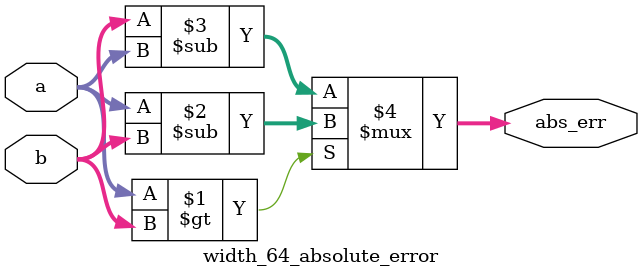
<source format=v>
module width_64_absolute_error(a, b, abs_err);
parameter _bit = 64;
input [_bit - 1: 0] a;
input [_bit - 1: 0] b;
output reg [_bit - 1: 0] abs_err;
assign abs_err = (a > b)? (a - b): (b - a);
endmodule

</source>
